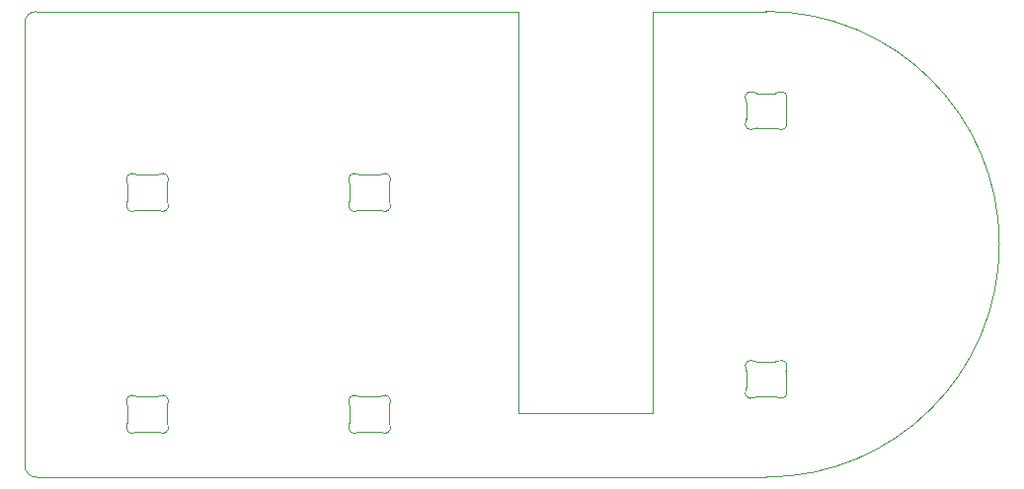
<source format=gm1>
%TF.GenerationSoftware,KiCad,Pcbnew,(5.1.9)-1*%
%TF.CreationDate,2021-11-30T13:31:35+01:00*%
%TF.ProjectId,Little_Big_Scroll,4c697474-6c65-45f4-9269-675f5363726f,v1.0*%
%TF.SameCoordinates,Original*%
%TF.FileFunction,Profile,NP*%
%FSLAX46Y46*%
G04 Gerber Fmt 4.6, Leading zero omitted, Abs format (unit mm)*
G04 Created by KiCad (PCBNEW (5.1.9)-1) date 2021-11-30 13:31:35*
%MOMM*%
%LPD*%
G01*
G04 APERTURE LIST*
%TA.AperFunction,Profile*%
%ADD10C,0.050000*%
%TD*%
%TA.AperFunction,Profile*%
%ADD11C,0.100000*%
%TD*%
G04 APERTURE END LIST*
D10*
X209690000Y-91560000D02*
X209690000Y-126070000D01*
X155805000Y-92560000D02*
G75*
G02*
X156805000Y-91560000I1000000J0D01*
G01*
X156805000Y-131550000D02*
G75*
G02*
X155805000Y-130550000I0J1000000D01*
G01*
X209690000Y-91560000D02*
X219380000Y-91560000D01*
X198120000Y-126070000D02*
X198120000Y-91560000D01*
X209690000Y-126070000D02*
X198120000Y-126070000D01*
X219380000Y-91560000D02*
G75*
G02*
X219380000Y-131550000I0J-19995000D01*
G01*
X155805000Y-92560000D02*
X155805000Y-130550000D01*
X156805000Y-131550000D02*
X219380000Y-131550000D01*
X156805000Y-91560000D02*
X198120000Y-91560000D01*
D11*
X217680001Y-123862841D02*
X217680001Y-122457157D01*
X218585548Y-121660000D02*
X220174453Y-121660000D01*
X221079999Y-122457157D02*
X221079999Y-123862841D01*
X220174452Y-124659999D02*
X218585548Y-124659999D01*
X218333290Y-124728298D02*
G75*
G02*
X218585548Y-124659999I252258J-431701D01*
G01*
X220174452Y-124659999D02*
G75*
G02*
X220426711Y-124728298I0J-500000D01*
G01*
X221129484Y-124079718D02*
G75*
G02*
X220426711Y-124728298I-450515J-216879D01*
G01*
X221129484Y-124079719D02*
G75*
G02*
X221079999Y-123862841I450515J216878D01*
G01*
X221079999Y-122457156D02*
G75*
G02*
X221129484Y-122240279I500000J-1D01*
G01*
X220426711Y-121591702D02*
G75*
G02*
X221129484Y-122240279I252258J-431700D01*
G01*
X220426711Y-121591701D02*
G75*
G02*
X220174453Y-121660000I-252258J431701D01*
G01*
X218585547Y-121659999D02*
G75*
G02*
X218333289Y-121591700I1J499999D01*
G01*
X217630516Y-122240279D02*
G75*
G02*
X218333289Y-121591700I450515J216878D01*
G01*
X217630516Y-122240279D02*
G75*
G02*
X217680001Y-122457157I-450515J-216878D01*
G01*
X217680001Y-123862842D02*
G75*
G02*
X217630516Y-124079719I-500000J1D01*
G01*
X218333289Y-124728296D02*
G75*
G02*
X217630516Y-124079719I-252258J431700D01*
G01*
X217680001Y-100787841D02*
X217680001Y-99382157D01*
X218585548Y-98585000D02*
X220174453Y-98585000D01*
X221079999Y-99382157D02*
X221079999Y-100787841D01*
X220174452Y-101584999D02*
X218585548Y-101584999D01*
X218333290Y-101653298D02*
G75*
G02*
X218585548Y-101584999I252258J-431701D01*
G01*
X220174452Y-101584999D02*
G75*
G02*
X220426711Y-101653298I0J-500000D01*
G01*
X221129484Y-101004718D02*
G75*
G02*
X220426711Y-101653298I-450515J-216879D01*
G01*
X221129484Y-101004719D02*
G75*
G02*
X221079999Y-100787841I450515J216878D01*
G01*
X221079999Y-99382156D02*
G75*
G02*
X221129484Y-99165279I500000J-1D01*
G01*
X220426711Y-98516702D02*
G75*
G02*
X221129484Y-99165279I252258J-431700D01*
G01*
X220426711Y-98516701D02*
G75*
G02*
X220174453Y-98585000I-252258J431701D01*
G01*
X218585547Y-98584999D02*
G75*
G02*
X218333289Y-98516700I1J499999D01*
G01*
X217630516Y-99165279D02*
G75*
G02*
X218333289Y-98516700I450515J216878D01*
G01*
X217630516Y-99165279D02*
G75*
G02*
X217680001Y-99382157I-450515J-216878D01*
G01*
X217680001Y-100787842D02*
G75*
G02*
X217630516Y-101004719I-500000J1D01*
G01*
X218333289Y-101653296D02*
G75*
G02*
X217630516Y-101004719I-252258J431700D01*
G01*
X183680001Y-126862841D02*
X183680001Y-125457157D01*
X184585548Y-124660000D02*
X186174453Y-124660000D01*
X187079999Y-125457157D02*
X187079999Y-126862841D01*
X186174452Y-127659999D02*
X184585548Y-127659999D01*
X184333290Y-127728298D02*
G75*
G02*
X184585548Y-127659999I252258J-431701D01*
G01*
X186174452Y-127659999D02*
G75*
G02*
X186426711Y-127728298I0J-500000D01*
G01*
X187129484Y-127079718D02*
G75*
G02*
X186426711Y-127728298I-450515J-216879D01*
G01*
X187129484Y-127079719D02*
G75*
G02*
X187079999Y-126862841I450515J216878D01*
G01*
X187079999Y-125457156D02*
G75*
G02*
X187129484Y-125240279I500000J-1D01*
G01*
X186426711Y-124591702D02*
G75*
G02*
X187129484Y-125240279I252258J-431700D01*
G01*
X186426711Y-124591701D02*
G75*
G02*
X186174453Y-124660000I-252258J431701D01*
G01*
X184585547Y-124659999D02*
G75*
G02*
X184333289Y-124591700I1J499999D01*
G01*
X183630516Y-125240279D02*
G75*
G02*
X184333289Y-124591700I450515J216878D01*
G01*
X183630516Y-125240279D02*
G75*
G02*
X183680001Y-125457157I-450515J-216878D01*
G01*
X183680001Y-126862842D02*
G75*
G02*
X183630516Y-127079719I-500000J1D01*
G01*
X184333289Y-127728296D02*
G75*
G02*
X183630516Y-127079719I-252258J431700D01*
G01*
X164630001Y-126862841D02*
X164630001Y-125457157D01*
X165535548Y-124660000D02*
X167124453Y-124660000D01*
X168029999Y-125457157D02*
X168029999Y-126862841D01*
X167124452Y-127659999D02*
X165535548Y-127659999D01*
X165283290Y-127728298D02*
G75*
G02*
X165535548Y-127659999I252258J-431701D01*
G01*
X167124452Y-127659999D02*
G75*
G02*
X167376711Y-127728298I0J-500000D01*
G01*
X168079484Y-127079718D02*
G75*
G02*
X167376711Y-127728298I-450515J-216879D01*
G01*
X168079484Y-127079719D02*
G75*
G02*
X168029999Y-126862841I450515J216878D01*
G01*
X168029999Y-125457156D02*
G75*
G02*
X168079484Y-125240279I500000J-1D01*
G01*
X167376711Y-124591702D02*
G75*
G02*
X168079484Y-125240279I252258J-431700D01*
G01*
X167376711Y-124591701D02*
G75*
G02*
X167124453Y-124660000I-252258J431701D01*
G01*
X165535547Y-124659999D02*
G75*
G02*
X165283289Y-124591700I1J499999D01*
G01*
X164580516Y-125240279D02*
G75*
G02*
X165283289Y-124591700I450515J216878D01*
G01*
X164580516Y-125240279D02*
G75*
G02*
X164630001Y-125457157I-450515J-216878D01*
G01*
X164630001Y-126862842D02*
G75*
G02*
X164580516Y-127079719I-500000J1D01*
G01*
X165283289Y-127728296D02*
G75*
G02*
X164580516Y-127079719I-252258J431700D01*
G01*
X164630001Y-107812841D02*
X164630001Y-106407157D01*
X165535548Y-105610000D02*
X167124453Y-105610000D01*
X168029999Y-106407157D02*
X168029999Y-107812841D01*
X167124452Y-108609999D02*
X165535548Y-108609999D01*
X165283290Y-108678298D02*
G75*
G02*
X165535548Y-108609999I252258J-431701D01*
G01*
X167124452Y-108609999D02*
G75*
G02*
X167376711Y-108678298I0J-500000D01*
G01*
X168079484Y-108029718D02*
G75*
G02*
X167376711Y-108678298I-450515J-216879D01*
G01*
X168079484Y-108029719D02*
G75*
G02*
X168029999Y-107812841I450515J216878D01*
G01*
X168029999Y-106407156D02*
G75*
G02*
X168079484Y-106190279I500000J-1D01*
G01*
X167376711Y-105541702D02*
G75*
G02*
X168079484Y-106190279I252258J-431700D01*
G01*
X167376711Y-105541701D02*
G75*
G02*
X167124453Y-105610000I-252258J431701D01*
G01*
X165535547Y-105609999D02*
G75*
G02*
X165283289Y-105541700I1J499999D01*
G01*
X164580516Y-106190279D02*
G75*
G02*
X165283289Y-105541700I450515J216878D01*
G01*
X164580516Y-106190279D02*
G75*
G02*
X164630001Y-106407157I-450515J-216878D01*
G01*
X164630001Y-107812842D02*
G75*
G02*
X164580516Y-108029719I-500000J1D01*
G01*
X165283289Y-108678296D02*
G75*
G02*
X164580516Y-108029719I-252258J431700D01*
G01*
X183680001Y-107812841D02*
X183680001Y-106407157D01*
X184585548Y-105610000D02*
X186174453Y-105610000D01*
X187079999Y-106407157D02*
X187079999Y-107812841D01*
X186174452Y-108609999D02*
X184585548Y-108609999D01*
X184333290Y-108678298D02*
G75*
G02*
X184585548Y-108609999I252258J-431701D01*
G01*
X186174452Y-108609999D02*
G75*
G02*
X186426711Y-108678298I0J-500000D01*
G01*
X187129484Y-108029718D02*
G75*
G02*
X186426711Y-108678298I-450515J-216879D01*
G01*
X187129484Y-108029719D02*
G75*
G02*
X187079999Y-107812841I450515J216878D01*
G01*
X187079999Y-106407156D02*
G75*
G02*
X187129484Y-106190279I500000J-1D01*
G01*
X186426711Y-105541702D02*
G75*
G02*
X187129484Y-106190279I252258J-431700D01*
G01*
X186426711Y-105541701D02*
G75*
G02*
X186174453Y-105610000I-252258J431701D01*
G01*
X184585547Y-105609999D02*
G75*
G02*
X184333289Y-105541700I1J499999D01*
G01*
X183630516Y-106190279D02*
G75*
G02*
X184333289Y-105541700I450515J216878D01*
G01*
X183630516Y-106190279D02*
G75*
G02*
X183680001Y-106407157I-450515J-216878D01*
G01*
X183680001Y-107812842D02*
G75*
G02*
X183630516Y-108029719I-500000J1D01*
G01*
X184333289Y-108678296D02*
G75*
G02*
X183630516Y-108029719I-252258J431700D01*
G01*
M02*

</source>
